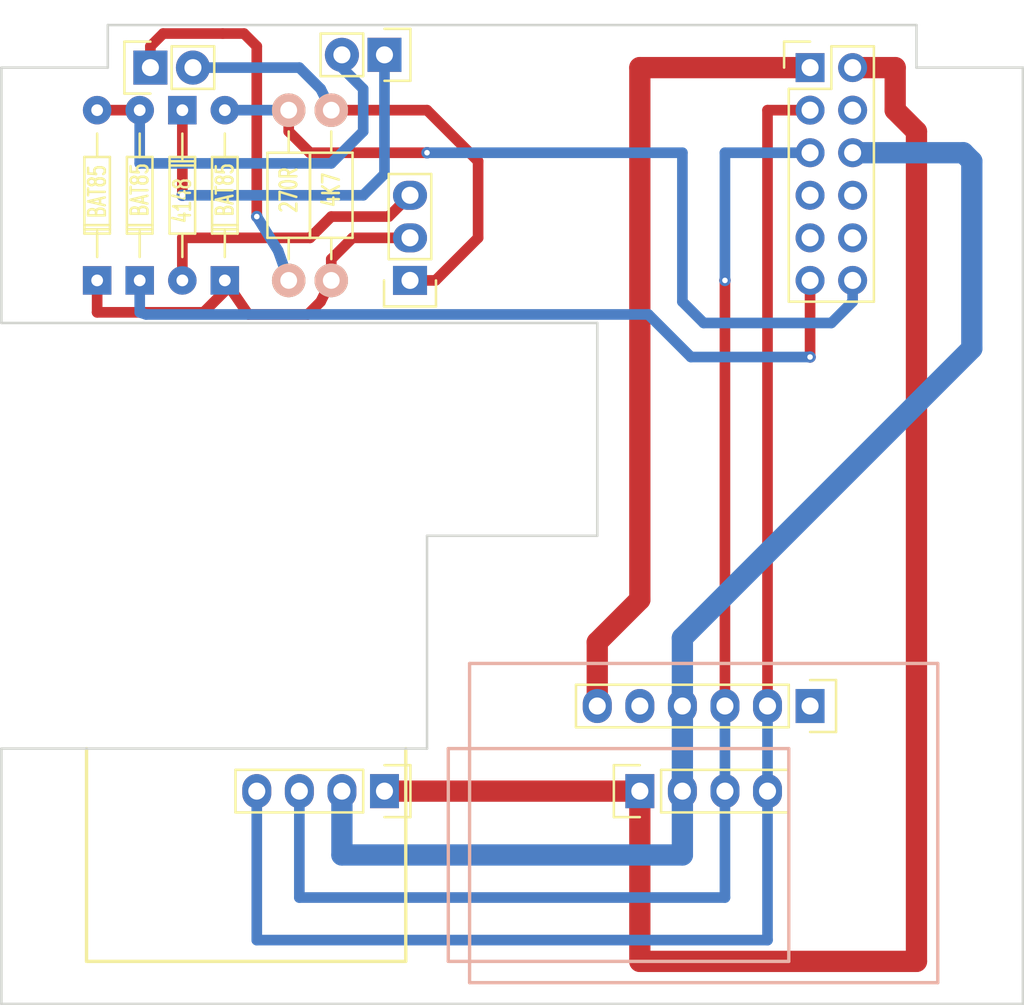
<source format=kicad_pcb>
(kicad_pcb (version 4) (host pcbnew 4.0.5+dfsg1-4)

  (general
    (links 25)
    (no_connects 0)
    (area 114.062599 62.0126 175.497401 121.995001)
    (thickness 1.6)
    (drawings 25)
    (tracks 104)
    (zones 0)
    (modules 17)
    (nets 21)
  )

  (page A4)
  (layers
    (0 F.Cu signal)
    (31 B.Cu signal)
    (36 B.SilkS user)
    (37 F.SilkS user)
    (38 B.Mask user)
    (39 F.Mask user)
    (44 Edge.Cuts user)
  )

  (setup
    (last_trace_width 0.1524)
    (user_trace_width 0.3048)
    (user_trace_width 0.635)
    (user_trace_width 1.27)
    (user_trace_width 1.905)
    (trace_clearance 0.1524)
    (zone_clearance 0.508)
    (zone_45_only no)
    (trace_min 0.1524)
    (segment_width 0.2)
    (edge_width 0.15)
    (via_size 0.6858)
    (via_drill 0.3302)
    (via_min_size 0.6858)
    (via_min_drill 0.3302)
    (uvia_size 0.6858)
    (uvia_drill 0.3302)
    (uvias_allowed no)
    (uvia_min_size 0)
    (uvia_min_drill 0)
    (pcb_text_width 0.3)
    (pcb_text_size 1.5 1.5)
    (mod_edge_width 0.15)
    (mod_text_size 1 1)
    (mod_text_width 0.15)
    (pad_size 1.524 1.524)
    (pad_drill 0.762)
    (pad_to_mask_clearance 0.2)
    (aux_axis_origin 0 0)
    (visible_elements 7FFF3FFF)
    (pcbplotparams
      (layerselection 0x010f0_80000001)
      (usegerberextensions false)
      (excludeedgelayer true)
      (linewidth 0.100000)
      (plotframeref false)
      (viasonmask false)
      (mode 1)
      (useauxorigin false)
      (hpglpennumber 1)
      (hpglpenspeed 20)
      (hpglpendiameter 15)
      (hpglpenoverlay 2)
      (psnegative false)
      (psa4output false)
      (plotreference true)
      (plotvalue false)
      (plotinvisibletext false)
      (padsonsilk false)
      (subtractmaskfromsilk false)
      (outputformat 1)
      (mirror false)
      (drillshape 0)
      (scaleselection 1)
      (outputdirectory /home/pi/Desktop/BB-Kicad/Gerbers/))
  )

  (net 0 "")
  (net 1 "Net-(D1-Pad2)")
  (net 2 "Net-(D1-Pad1)")
  (net 3 "Net-(D2-Pad2)")
  (net 4 "Net-(D2-Pad1)")
  (net 5 "Net-(D3-Pad2)")
  (net 6 "Net-(D4-Pad1)")
  (net 7 +3V3)
  (net 8 "Net-(P1-Pad2)")
  (net 9 "Net-(P1-Pad3)")
  (net 10 "Net-(P1-Pad4)")
  (net 11 "Net-(P1-Pad5)")
  (net 12 GND)
  (net 13 "Net-(P1-Pad7)")
  (net 14 "Net-(P1-Pad8)")
  (net 15 "Net-(P1-Pad9)")
  (net 16 "Net-(P1-Pad10)")
  (net 17 "Net-(P2-Pad1)")
  (net 18 "Net-(P2-Pad5)")
  (net 19 "Net-(P4-Pad1)")
  (net 20 "Net-(P1-Pad6)")

  (net_class Default "This is the default net class."
    (clearance 0.1524)
    (trace_width 0.1524)
    (via_dia 0.6858)
    (via_drill 0.3302)
    (uvia_dia 0.6858)
    (uvia_drill 0.3302)
    (add_net +3V3)
    (add_net GND)
    (add_net "Net-(D1-Pad1)")
    (add_net "Net-(D1-Pad2)")
    (add_net "Net-(D2-Pad1)")
    (add_net "Net-(D2-Pad2)")
    (add_net "Net-(D3-Pad2)")
    (add_net "Net-(D4-Pad1)")
    (add_net "Net-(P1-Pad10)")
    (add_net "Net-(P1-Pad2)")
    (add_net "Net-(P1-Pad3)")
    (add_net "Net-(P1-Pad4)")
    (add_net "Net-(P1-Pad5)")
    (add_net "Net-(P1-Pad6)")
    (add_net "Net-(P1-Pad7)")
    (add_net "Net-(P1-Pad8)")
    (add_net "Net-(P1-Pad9)")
    (add_net "Net-(P2-Pad1)")
    (add_net "Net-(P2-Pad5)")
    (add_net "Net-(P4-Pad1)")
  )

  (module Mounting_Holes:MountingHole_2.7mm_M2.5_DIN965 (layer F.Cu) (tedit 5A74F974) (tstamp 5A795EF5)
    (at 172.72 68.58)
    (descr "Mounting Hole 2.7mm, no annular, M2.5, DIN965")
    (tags "mounting hole 2.7mm no annular m2.5 din965")
    (fp_text reference "" (at 0 -3.35) (layer F.SilkS)
      (effects (font (size 1 1) (thickness 0.15)))
    )
    (fp_text value "" (at 0 3.35) (layer F.Fab)
      (effects (font (size 1 1) (thickness 0.15)))
    )
    (fp_circle (center 0 0) (end 2.35 0) (layer Cmts.User) (width 0.15))
    (fp_circle (center 0 0) (end 2.6 0) (layer F.CrtYd) (width 0.05))
    (pad 1 np_thru_hole circle (at 0 0) (size 2.7 2.7) (drill 2.7) (layers *.Cu *.Mask))
  )

  (module Mounting_Holes:MountingHole_2.7mm_M2.5_DIN965 (layer F.Cu) (tedit 5A74F926) (tstamp 5A795E4D)
    (at 116.84 68.58)
    (descr "Mounting Hole 2.7mm, no annular, M2.5, DIN965")
    (tags "mounting hole 2.7mm no annular m2.5 din965")
    (fp_text reference "" (at 0 -3.35) (layer F.SilkS)
      (effects (font (size 1 1) (thickness 0.15)))
    )
    (fp_text value "" (at 0 3.35) (layer F.Fab)
      (effects (font (size 1 1) (thickness 0.15)))
    )
    (fp_circle (center 0 0) (end 2.35 0) (layer Cmts.User) (width 0.15))
    (fp_circle (center 0 0) (end 2.6 0) (layer F.CrtYd) (width 0.05))
    (pad 1 np_thru_hole circle (at 0 0) (size 2.7 2.7) (drill 2.7) (layers *.Cu *.Mask))
  )

  (module Diodes_ThroughHole:Diode_DO-35_SOD27_Horizontal_RM10 (layer F.Cu) (tedit 5A74FCAE) (tstamp 5A735403)
    (at 125.095 68.58 270)
    (descr "Diode, DO-35,  SOD27, Horizontal, RM 10mm")
    (tags "Diode, DO-35, SOD27, Horizontal, RM 10mm, 1N4148,")
    (path /5A7343BD)
    (fp_text reference 4148 (at 5.4 0 270) (layer F.SilkS)
      (effects (font (size 1 0.7) (thickness 0.15)))
    )
    (fp_text value "" (at 4.41452 -3.55854 270) (layer F.Fab)
      (effects (font (size 1 1) (thickness 0.15)))
    )
    (fp_line (start 7.36652 -0.00254) (end 8.76352 -0.00254) (layer F.SilkS) (width 0.15))
    (fp_line (start 2.92152 -0.00254) (end 1.39752 -0.00254) (layer F.SilkS) (width 0.15))
    (fp_line (start 3.30252 -0.76454) (end 3.30252 0.75946) (layer F.SilkS) (width 0.15))
    (fp_line (start 3.04852 -0.76454) (end 3.04852 0.75946) (layer F.SilkS) (width 0.15))
    (fp_line (start 2.79452 -0.00254) (end 2.79452 0.75946) (layer F.SilkS) (width 0.15))
    (fp_line (start 2.79452 0.75946) (end 7.36652 0.75946) (layer F.SilkS) (width 0.15))
    (fp_line (start 7.36652 0.75946) (end 7.36652 -0.76454) (layer F.SilkS) (width 0.15))
    (fp_line (start 7.36652 -0.76454) (end 2.79452 -0.76454) (layer F.SilkS) (width 0.15))
    (fp_line (start 2.79452 -0.76454) (end 2.79452 -0.00254) (layer F.SilkS) (width 0.15))
    (pad 2 thru_hole circle (at 10.16052 -0.00254 90) (size 1.69926 1.69926) (drill 0.70104) (layers *.Cu *.Mask)
      (net 1 "Net-(D1-Pad2)"))
    (pad 1 thru_hole rect (at 0.00052 -0.00254 90) (size 1.69926 1.69926) (drill 0.70104) (layers *.Cu *.Mask)
      (net 2 "Net-(D1-Pad1)"))
    (model Diodes_ThroughHole.3dshapes/Diode_DO-35_SOD27_Horizontal_RM10.wrl
      (at (xyz 0.2 0 0))
      (scale (xyz 0.4 0.4 0.4))
      (rotate (xyz 0 0 180))
    )
  )

  (module Diodes_ThroughHole:Diode_DO-35_SOD27_Horizontal_RM10 (layer F.Cu) (tedit 5A74FC0E) (tstamp 5A735409)
    (at 120.015 78.74 90)
    (descr "Diode, DO-35,  SOD27, Horizontal, RM 10mm")
    (tags "Diode, DO-35, SOD27, Horizontal, RM 10mm, 1N4148,")
    (path /5A734466)
    (fp_text reference BAT85 (at 5.3 0 90) (layer F.SilkS)
      (effects (font (size 1 0.7) (thickness 0.15)))
    )
    (fp_text value "" (at 4.41452 -3.55854 90) (layer F.Fab)
      (effects (font (size 1 1) (thickness 0.15)))
    )
    (fp_line (start 7.36652 -0.00254) (end 8.76352 -0.00254) (layer F.SilkS) (width 0.15))
    (fp_line (start 2.92152 -0.00254) (end 1.39752 -0.00254) (layer F.SilkS) (width 0.15))
    (fp_line (start 3.30252 -0.76454) (end 3.30252 0.75946) (layer F.SilkS) (width 0.15))
    (fp_line (start 3.04852 -0.76454) (end 3.04852 0.75946) (layer F.SilkS) (width 0.15))
    (fp_line (start 2.79452 -0.00254) (end 2.79452 0.75946) (layer F.SilkS) (width 0.15))
    (fp_line (start 2.79452 0.75946) (end 7.36652 0.75946) (layer F.SilkS) (width 0.15))
    (fp_line (start 7.36652 0.75946) (end 7.36652 -0.76454) (layer F.SilkS) (width 0.15))
    (fp_line (start 7.36652 -0.76454) (end 2.79452 -0.76454) (layer F.SilkS) (width 0.15))
    (fp_line (start 2.79452 -0.76454) (end 2.79452 -0.00254) (layer F.SilkS) (width 0.15))
    (pad 2 thru_hole circle (at 10.16052 -0.00254 270) (size 1.69926 1.69926) (drill 0.70104) (layers *.Cu *.Mask)
      (net 3 "Net-(D2-Pad2)"))
    (pad 1 thru_hole rect (at 0.00052 -0.00254 270) (size 1.69926 1.69926) (drill 0.70104) (layers *.Cu *.Mask)
      (net 4 "Net-(D2-Pad1)"))
    (model Diodes_ThroughHole.3dshapes/Diode_DO-35_SOD27_Horizontal_RM10.wrl
      (at (xyz 0.2 0 0))
      (scale (xyz 0.4 0.4 0.4))
      (rotate (xyz 0 0 180))
    )
  )

  (module Diodes_ThroughHole:Diode_DO-35_SOD27_Horizontal_RM10 (layer F.Cu) (tedit 5A74FCD6) (tstamp 5A73540F)
    (at 127.635 78.74 90)
    (descr "Diode, DO-35,  SOD27, Horizontal, RM 10mm")
    (tags "Diode, DO-35, SOD27, Horizontal, RM 10mm, 1N4148,")
    (path /5A734499)
    (fp_text reference BAT85 (at 5.4 0 90) (layer F.SilkS)
      (effects (font (size 1 0.7) (thickness 0.15)))
    )
    (fp_text value "" (at 4.41452 -3.55854 90) (layer F.Fab)
      (effects (font (size 1 1) (thickness 0.15)))
    )
    (fp_line (start 7.36652 -0.00254) (end 8.76352 -0.00254) (layer F.SilkS) (width 0.15))
    (fp_line (start 2.92152 -0.00254) (end 1.39752 -0.00254) (layer F.SilkS) (width 0.15))
    (fp_line (start 3.30252 -0.76454) (end 3.30252 0.75946) (layer F.SilkS) (width 0.15))
    (fp_line (start 3.04852 -0.76454) (end 3.04852 0.75946) (layer F.SilkS) (width 0.15))
    (fp_line (start 2.79452 -0.00254) (end 2.79452 0.75946) (layer F.SilkS) (width 0.15))
    (fp_line (start 2.79452 0.75946) (end 7.36652 0.75946) (layer F.SilkS) (width 0.15))
    (fp_line (start 7.36652 0.75946) (end 7.36652 -0.76454) (layer F.SilkS) (width 0.15))
    (fp_line (start 7.36652 -0.76454) (end 2.79452 -0.76454) (layer F.SilkS) (width 0.15))
    (fp_line (start 2.79452 -0.76454) (end 2.79452 -0.00254) (layer F.SilkS) (width 0.15))
    (pad 2 thru_hole circle (at 10.16052 -0.00254 270) (size 1.69926 1.69926) (drill 0.70104) (layers *.Cu *.Mask)
      (net 5 "Net-(D3-Pad2)"))
    (pad 1 thru_hole rect (at 0.00052 -0.00254 270) (size 1.69926 1.69926) (drill 0.70104) (layers *.Cu *.Mask)
      (net 4 "Net-(D2-Pad1)"))
    (model Diodes_ThroughHole.3dshapes/Diode_DO-35_SOD27_Horizontal_RM10.wrl
      (at (xyz 0.2 0 0))
      (scale (xyz 0.4 0.4 0.4))
      (rotate (xyz 0 0 180))
    )
  )

  (module Diodes_ThroughHole:Diode_DO-35_SOD27_Horizontal_RM10 (layer F.Cu) (tedit 5A74FC6F) (tstamp 5A735415)
    (at 122.555 78.74 90)
    (descr "Diode, DO-35,  SOD27, Horizontal, RM 10mm")
    (tags "Diode, DO-35, SOD27, Horizontal, RM 10mm, 1N4148,")
    (path /5A7358A2)
    (fp_text reference BAT85 (at 5.4 0 90) (layer F.SilkS)
      (effects (font (size 1 0.7) (thickness 0.15)))
    )
    (fp_text value "" (at 4.41452 -3.55854 90) (layer F.Fab)
      (effects (font (size 1 1) (thickness 0.15)))
    )
    (fp_line (start 7.36652 -0.00254) (end 8.76352 -0.00254) (layer F.SilkS) (width 0.15))
    (fp_line (start 2.92152 -0.00254) (end 1.39752 -0.00254) (layer F.SilkS) (width 0.15))
    (fp_line (start 3.30252 -0.76454) (end 3.30252 0.75946) (layer F.SilkS) (width 0.15))
    (fp_line (start 3.04852 -0.76454) (end 3.04852 0.75946) (layer F.SilkS) (width 0.15))
    (fp_line (start 2.79452 -0.00254) (end 2.79452 0.75946) (layer F.SilkS) (width 0.15))
    (fp_line (start 2.79452 0.75946) (end 7.36652 0.75946) (layer F.SilkS) (width 0.15))
    (fp_line (start 7.36652 0.75946) (end 7.36652 -0.76454) (layer F.SilkS) (width 0.15))
    (fp_line (start 7.36652 -0.76454) (end 2.79452 -0.76454) (layer F.SilkS) (width 0.15))
    (fp_line (start 2.79452 -0.76454) (end 2.79452 -0.00254) (layer F.SilkS) (width 0.15))
    (pad 2 thru_hole circle (at 10.16052 -0.00254 270) (size 1.69926 1.69926) (drill 0.70104) (layers *.Cu *.Mask)
      (net 3 "Net-(D2-Pad2)"))
    (pad 1 thru_hole rect (at 0.00052 -0.00254 270) (size 1.69926 1.69926) (drill 0.70104) (layers *.Cu *.Mask)
      (net 6 "Net-(D4-Pad1)"))
    (model Diodes_ThroughHole.3dshapes/Diode_DO-35_SOD27_Horizontal_RM10.wrl
      (at (xyz 0.2 0 0))
      (scale (xyz 0.4 0.4 0.4))
      (rotate (xyz 0 0 180))
    )
  )

  (module Pin_Headers:Pin_Header_Straight_2x06 (layer F.Cu) (tedit 5A74F9A9) (tstamp 5A735425)
    (at 162.56 66.04)
    (descr "Through hole pin header")
    (tags "pin header")
    (path /5A7340A6)
    (fp_text reference "" (at 5.08 0) (layer F.SilkS)
      (effects (font (size 1 1) (thickness 0.15)))
    )
    (fp_text value "" (at 0 -3.1) (layer F.Fab)
      (effects (font (size 1 1) (thickness 0.15)))
    )
    (fp_line (start -1.75 -1.75) (end -1.75 14.45) (layer F.CrtYd) (width 0.05))
    (fp_line (start 4.3 -1.75) (end 4.3 14.45) (layer F.CrtYd) (width 0.05))
    (fp_line (start -1.75 -1.75) (end 4.3 -1.75) (layer F.CrtYd) (width 0.05))
    (fp_line (start -1.75 14.45) (end 4.3 14.45) (layer F.CrtYd) (width 0.05))
    (fp_line (start 3.81 13.97) (end 3.81 -1.27) (layer F.SilkS) (width 0.15))
    (fp_line (start -1.27 1.27) (end -1.27 13.97) (layer F.SilkS) (width 0.15))
    (fp_line (start 3.81 13.97) (end -1.27 13.97) (layer F.SilkS) (width 0.15))
    (fp_line (start 3.81 -1.27) (end 1.27 -1.27) (layer F.SilkS) (width 0.15))
    (fp_line (start 0 -1.55) (end -1.55 -1.55) (layer F.SilkS) (width 0.15))
    (fp_line (start 1.27 -1.27) (end 1.27 1.27) (layer F.SilkS) (width 0.15))
    (fp_line (start 1.27 1.27) (end -1.27 1.27) (layer F.SilkS) (width 0.15))
    (fp_line (start -1.55 -1.55) (end -1.55 0) (layer F.SilkS) (width 0.15))
    (pad 1 thru_hole rect (at 0 0) (size 1.7272 1.7272) (drill 1.016) (layers *.Cu *.Mask)
      (net 7 +3V3))
    (pad 2 thru_hole oval (at 2.54 0) (size 1.7272 1.7272) (drill 1.016) (layers *.Cu *.Mask)
      (net 8 "Net-(P1-Pad2)"))
    (pad 3 thru_hole oval (at 0 2.54) (size 1.7272 1.7272) (drill 1.016) (layers *.Cu *.Mask)
      (net 9 "Net-(P1-Pad3)"))
    (pad 4 thru_hole oval (at 2.54 2.54) (size 1.7272 1.7272) (drill 1.016) (layers *.Cu *.Mask)
      (net 10 "Net-(P1-Pad4)"))
    (pad 5 thru_hole oval (at 0 5.08) (size 1.7272 1.7272) (drill 1.016) (layers *.Cu *.Mask)
      (net 11 "Net-(P1-Pad5)"))
    (pad 6 thru_hole oval (at 2.54 5.08) (size 1.7272 1.7272) (drill 1.016) (layers *.Cu *.Mask)
      (net 20 "Net-(P1-Pad6)"))
    (pad 7 thru_hole oval (at 0 7.62) (size 1.7272 1.7272) (drill 1.016) (layers *.Cu *.Mask)
      (net 13 "Net-(P1-Pad7)"))
    (pad 8 thru_hole oval (at 2.54 7.62) (size 1.7272 1.7272) (drill 1.016) (layers *.Cu *.Mask)
      (net 14 "Net-(P1-Pad8)"))
    (pad 9 thru_hole oval (at 0 10.16) (size 1.7272 1.7272) (drill 1.016) (layers *.Cu *.Mask)
      (net 15 "Net-(P1-Pad9)"))
    (pad 10 thru_hole oval (at 2.54 10.16) (size 1.7272 1.7272) (drill 1.016) (layers *.Cu *.Mask)
      (net 16 "Net-(P1-Pad10)"))
    (pad 11 thru_hole oval (at 0 12.7) (size 1.7272 1.7272) (drill 1.016) (layers *.Cu *.Mask)
      (net 6 "Net-(D4-Pad1)"))
    (pad 12 thru_hole oval (at 2.54 12.7) (size 1.7272 1.7272) (drill 1.016) (layers *.Cu *.Mask)
      (net 5 "Net-(D3-Pad2)"))
    (model Pin_Headers.3dshapes/Pin_Header_Straight_2x06.wrl
      (at (xyz 0.05 -0.25 0))
      (scale (xyz 1 1 1))
      (rotate (xyz 0 0 90))
    )
  )

  (module Pin_Headers:Pin_Header_Straight_1x06 (layer F.Cu) (tedit 5A74FEF2) (tstamp 5A73542F)
    (at 162.56 104.14 270)
    (descr "Through hole pin header")
    (tags "pin header")
    (path /5A734148)
    (fp_text reference "" (at 0 -5.1 270) (layer F.SilkS)
      (effects (font (size 1 1) (thickness 0.15)))
    )
    (fp_text value "" (at 0 -3.1 270) (layer F.Fab)
      (effects (font (size 1 1) (thickness 0.15)))
    )
    (fp_line (start -1.75 -1.75) (end -1.75 14.45) (layer F.CrtYd) (width 0.05))
    (fp_line (start 1.75 -1.75) (end 1.75 14.45) (layer F.CrtYd) (width 0.05))
    (fp_line (start -1.75 -1.75) (end 1.75 -1.75) (layer F.CrtYd) (width 0.05))
    (fp_line (start -1.75 14.45) (end 1.75 14.45) (layer F.CrtYd) (width 0.05))
    (fp_line (start 1.27 1.27) (end 1.27 13.97) (layer F.SilkS) (width 0.15))
    (fp_line (start 1.27 13.97) (end -1.27 13.97) (layer F.SilkS) (width 0.15))
    (fp_line (start -1.27 13.97) (end -1.27 1.27) (layer F.SilkS) (width 0.15))
    (fp_line (start 1.55 -1.55) (end 1.55 0) (layer F.SilkS) (width 0.15))
    (fp_line (start 1.27 1.27) (end -1.27 1.27) (layer F.SilkS) (width 0.15))
    (fp_line (start -1.55 0) (end -1.55 -1.55) (layer F.SilkS) (width 0.15))
    (fp_line (start -1.55 -1.55) (end 1.55 -1.55) (layer F.SilkS) (width 0.15))
    (pad 1 thru_hole rect (at 0 0 270) (size 2.032 1.7272) (drill 1.016) (layers *.Cu *.Mask)
      (net 17 "Net-(P2-Pad1)"))
    (pad 2 thru_hole oval (at 0 2.54 270) (size 2.032 1.7272) (drill 1.016) (layers *.Cu *.Mask)
      (net 9 "Net-(P1-Pad3)"))
    (pad 3 thru_hole oval (at 0 5.08 270) (size 2.032 1.7272) (drill 1.016) (layers *.Cu *.Mask)
      (net 11 "Net-(P1-Pad5)"))
    (pad 4 thru_hole oval (at 0 7.62 270) (size 2.032 1.7272) (drill 1.016) (layers *.Cu *.Mask)
      (net 20 "Net-(P1-Pad6)"))
    (pad 5 thru_hole oval (at 0 10.16 270) (size 2.032 1.7272) (drill 1.016) (layers *.Cu *.Mask)
      (net 18 "Net-(P2-Pad5)"))
    (pad 6 thru_hole oval (at 0 12.7 270) (size 2.032 1.7272) (drill 1.016) (layers *.Cu *.Mask)
      (net 7 +3V3))
    (model Pin_Headers.3dshapes/Pin_Header_Straight_1x06.wrl
      (at (xyz 0 -0.25 0))
      (scale (xyz 1 1 1))
      (rotate (xyz 0 0 90))
    )
  )

  (module Pin_Headers:Pin_Header_Straight_1x03 (layer F.Cu) (tedit 5A74F8BB) (tstamp 5A735436)
    (at 138.684 78.74 180)
    (descr "Through hole pin header")
    (tags "pin header")
    (path /5A734195)
    (fp_text reference "" (at 0 -5.1 180) (layer F.SilkS)
      (effects (font (size 1 1) (thickness 0.15)))
    )
    (fp_text value "" (at 0 -3.1 180) (layer F.Fab)
      (effects (font (size 1 1) (thickness 0.15)))
    )
    (fp_line (start -1.75 -1.75) (end -1.75 6.85) (layer F.CrtYd) (width 0.05))
    (fp_line (start 1.75 -1.75) (end 1.75 6.85) (layer F.CrtYd) (width 0.05))
    (fp_line (start -1.75 -1.75) (end 1.75 -1.75) (layer F.CrtYd) (width 0.05))
    (fp_line (start -1.75 6.85) (end 1.75 6.85) (layer F.CrtYd) (width 0.05))
    (fp_line (start -1.27 1.27) (end -1.27 6.35) (layer F.SilkS) (width 0.15))
    (fp_line (start -1.27 6.35) (end 1.27 6.35) (layer F.SilkS) (width 0.15))
    (fp_line (start 1.27 6.35) (end 1.27 1.27) (layer F.SilkS) (width 0.15))
    (fp_line (start 1.55 -1.55) (end 1.55 0) (layer F.SilkS) (width 0.15))
    (fp_line (start 1.27 1.27) (end -1.27 1.27) (layer F.SilkS) (width 0.15))
    (fp_line (start -1.55 0) (end -1.55 -1.55) (layer F.SilkS) (width 0.15))
    (fp_line (start -1.55 -1.55) (end 1.55 -1.55) (layer F.SilkS) (width 0.15))
    (pad 1 thru_hole rect (at 0 0 180) (size 2.032 1.7272) (drill 1.016) (layers *.Cu *.Mask)
      (net 12 GND))
    (pad 2 thru_hole oval (at 0 2.54 180) (size 2.032 1.7272) (drill 1.016) (layers *.Cu *.Mask)
      (net 4 "Net-(D2-Pad1)"))
    (pad 3 thru_hole oval (at 0 5.08 180) (size 2.032 1.7272) (drill 1.016) (layers *.Cu *.Mask)
      (net 1 "Net-(D1-Pad2)"))
    (model Pin_Headers.3dshapes/Pin_Header_Straight_1x03.wrl
      (at (xyz 0 -0.1 0))
      (scale (xyz 1 1 1))
      (rotate (xyz 0 0 90))
    )
  )

  (module Pin_Headers:Pin_Header_Straight_1x02 (layer F.Cu) (tedit 5A74F8DB) (tstamp 5A73543C)
    (at 123.19 66.04 90)
    (descr "Through hole pin header")
    (tags "pin header")
    (path /5A7341BF)
    (fp_text reference "" (at 3.81 2.54 90) (layer F.SilkS)
      (effects (font (size 1 1) (thickness 0.15)))
    )
    (fp_text value "" (at 0 -3.1 90) (layer F.Fab)
      (effects (font (size 1 1) (thickness 0.15)))
    )
    (fp_line (start 1.27 1.27) (end 1.27 3.81) (layer F.SilkS) (width 0.15))
    (fp_line (start 1.55 -1.55) (end 1.55 0) (layer F.SilkS) (width 0.15))
    (fp_line (start -1.75 -1.75) (end -1.75 4.3) (layer F.CrtYd) (width 0.05))
    (fp_line (start 1.75 -1.75) (end 1.75 4.3) (layer F.CrtYd) (width 0.05))
    (fp_line (start -1.75 -1.75) (end 1.75 -1.75) (layer F.CrtYd) (width 0.05))
    (fp_line (start -1.75 4.3) (end 1.75 4.3) (layer F.CrtYd) (width 0.05))
    (fp_line (start 1.27 1.27) (end -1.27 1.27) (layer F.SilkS) (width 0.15))
    (fp_line (start -1.55 0) (end -1.55 -1.55) (layer F.SilkS) (width 0.15))
    (fp_line (start -1.55 -1.55) (end 1.55 -1.55) (layer F.SilkS) (width 0.15))
    (fp_line (start -1.27 1.27) (end -1.27 3.81) (layer F.SilkS) (width 0.15))
    (fp_line (start -1.27 3.81) (end 1.27 3.81) (layer F.SilkS) (width 0.15))
    (pad 1 thru_hole rect (at 0 0 90) (size 2.032 2.032) (drill 1.016) (layers *.Cu *.Mask)
      (net 19 "Net-(P4-Pad1)"))
    (pad 2 thru_hole oval (at 0 2.54 90) (size 2.032 2.032) (drill 1.016) (layers *.Cu *.Mask)
      (net 12 GND))
    (model Pin_Headers.3dshapes/Pin_Header_Straight_1x02.wrl
      (at (xyz 0 -0.05 0))
      (scale (xyz 1 1 1))
      (rotate (xyz 0 0 90))
    )
  )

  (module Pin_Headers:Pin_Header_Straight_1x02 (layer F.Cu) (tedit 5A74F8A1) (tstamp 5A735442)
    (at 137.16 65.278 270)
    (descr "Through hole pin header")
    (tags "pin header")
    (path /5A734200)
    (fp_text reference "" (at 0 -5.1 270) (layer F.SilkS)
      (effects (font (size 1 1) (thickness 0.15)))
    )
    (fp_text value "" (at 0 -3.1 270) (layer F.Fab)
      (effects (font (size 1 1) (thickness 0.15)))
    )
    (fp_line (start 1.27 1.27) (end 1.27 3.81) (layer F.SilkS) (width 0.15))
    (fp_line (start 1.55 -1.55) (end 1.55 0) (layer F.SilkS) (width 0.15))
    (fp_line (start -1.75 -1.75) (end -1.75 4.3) (layer F.CrtYd) (width 0.05))
    (fp_line (start 1.75 -1.75) (end 1.75 4.3) (layer F.CrtYd) (width 0.05))
    (fp_line (start -1.75 -1.75) (end 1.75 -1.75) (layer F.CrtYd) (width 0.05))
    (fp_line (start -1.75 4.3) (end 1.75 4.3) (layer F.CrtYd) (width 0.05))
    (fp_line (start 1.27 1.27) (end -1.27 1.27) (layer F.SilkS) (width 0.15))
    (fp_line (start -1.55 0) (end -1.55 -1.55) (layer F.SilkS) (width 0.15))
    (fp_line (start -1.55 -1.55) (end 1.55 -1.55) (layer F.SilkS) (width 0.15))
    (fp_line (start -1.27 1.27) (end -1.27 3.81) (layer F.SilkS) (width 0.15))
    (fp_line (start -1.27 3.81) (end 1.27 3.81) (layer F.SilkS) (width 0.15))
    (pad 1 thru_hole rect (at 0 0 270) (size 2.032 2.032) (drill 1.016) (layers *.Cu *.Mask)
      (net 2 "Net-(D1-Pad1)"))
    (pad 2 thru_hole oval (at 0 2.54 270) (size 2.032 2.032) (drill 1.016) (layers *.Cu *.Mask)
      (net 3 "Net-(D2-Pad2)"))
    (model Pin_Headers.3dshapes/Pin_Header_Straight_1x02.wrl
      (at (xyz 0 -0.05 0))
      (scale (xyz 1 1 1))
      (rotate (xyz 0 0 90))
    )
  )

  (module Resistors_ThroughHole:Resistor_Horizontal_RM10mm (layer F.Cu) (tedit 5A74FD7A) (tstamp 5A7381D3)
    (at 133.985 78.74 90)
    (descr "Resistor, Axial,  RM 10mm, 1/3W")
    (tags "Resistor Axial RM 10mm 1/3W")
    (path /5A7344CA)
    (fp_text reference 4K7 (at 5.4 0 90) (layer F.SilkS)
      (effects (font (size 1 0.7) (thickness 0.15)))
    )
    (fp_text value "" (at 5.08 3.81 90) (layer F.Fab)
      (effects (font (size 1 1) (thickness 0.15)))
    )
    (fp_line (start -1.25 -1.5) (end 11.4 -1.5) (layer F.CrtYd) (width 0.05))
    (fp_line (start -1.25 1.5) (end -1.25 -1.5) (layer F.CrtYd) (width 0.05))
    (fp_line (start 11.4 -1.5) (end 11.4 1.5) (layer F.CrtYd) (width 0.05))
    (fp_line (start -1.25 1.5) (end 11.4 1.5) (layer F.CrtYd) (width 0.05))
    (fp_line (start 2.54 -1.27) (end 7.62 -1.27) (layer F.SilkS) (width 0.15))
    (fp_line (start 7.62 -1.27) (end 7.62 1.27) (layer F.SilkS) (width 0.15))
    (fp_line (start 7.62 1.27) (end 2.54 1.27) (layer F.SilkS) (width 0.15))
    (fp_line (start 2.54 1.27) (end 2.54 -1.27) (layer F.SilkS) (width 0.15))
    (fp_line (start 2.54 0) (end 1.27 0) (layer F.SilkS) (width 0.15))
    (fp_line (start 7.62 0) (end 8.89 0) (layer F.SilkS) (width 0.15))
    (pad 1 thru_hole circle (at 0 0 90) (size 1.99898 1.99898) (drill 1.00076) (layers *.Cu *.SilkS *.Mask)
      (net 4 "Net-(D2-Pad1)"))
    (pad 2 thru_hole circle (at 10.16 0 90) (size 1.99898 1.99898) (drill 1.00076) (layers *.Cu *.SilkS *.Mask)
      (net 12 GND))
    (model Resistors_ThroughHole.3dshapes/Resistor_Horizontal_RM10mm.wrl
      (at (xyz 0.2 0 0))
      (scale (xyz 0.4 0.4 0.4))
      (rotate (xyz 0 0 0))
    )
  )

  (module Resistors_ThroughHole:Resistor_Horizontal_RM10mm (layer F.Cu) (tedit 5A74FD4E) (tstamp 5A7381D8)
    (at 131.445 78.74 90)
    (descr "Resistor, Axial,  RM 10mm, 1/3W")
    (tags "Resistor Axial RM 10mm 1/3W")
    (path /5A734574)
    (fp_text reference 270R (at 5.4 0 90) (layer F.SilkS)
      (effects (font (size 1 0.7) (thickness 0.15)))
    )
    (fp_text value "" (at 5.08 3.81 90) (layer F.Fab)
      (effects (font (size 1 1) (thickness 0.15)))
    )
    (fp_line (start -1.25 -1.5) (end 11.4 -1.5) (layer F.CrtYd) (width 0.05))
    (fp_line (start -1.25 1.5) (end -1.25 -1.5) (layer F.CrtYd) (width 0.05))
    (fp_line (start 11.4 -1.5) (end 11.4 1.5) (layer F.CrtYd) (width 0.05))
    (fp_line (start -1.25 1.5) (end 11.4 1.5) (layer F.CrtYd) (width 0.05))
    (fp_line (start 2.54 -1.27) (end 7.62 -1.27) (layer F.SilkS) (width 0.15))
    (fp_line (start 7.62 -1.27) (end 7.62 1.27) (layer F.SilkS) (width 0.15))
    (fp_line (start 7.62 1.27) (end 2.54 1.27) (layer F.SilkS) (width 0.15))
    (fp_line (start 2.54 1.27) (end 2.54 -1.27) (layer F.SilkS) (width 0.15))
    (fp_line (start 2.54 0) (end 1.27 0) (layer F.SilkS) (width 0.15))
    (fp_line (start 7.62 0) (end 8.89 0) (layer F.SilkS) (width 0.15))
    (pad 1 thru_hole circle (at 0 0 90) (size 1.99898 1.99898) (drill 1.00076) (layers *.Cu *.SilkS *.Mask)
      (net 19 "Net-(P4-Pad1)"))
    (pad 2 thru_hole circle (at 10.16 0 90) (size 1.99898 1.99898) (drill 1.00076) (layers *.Cu *.SilkS *.Mask)
      (net 5 "Net-(D3-Pad2)"))
    (model Resistors_ThroughHole.3dshapes/Resistor_Horizontal_RM10mm.wrl
      (at (xyz 0.2 0 0))
      (scale (xyz 0.4 0.4 0.4))
      (rotate (xyz 0 0 0))
    )
  )

  (module Mounting_Holes:MountingHole_2.7mm_M2.5_DIN965 (layer F.Cu) (tedit 5A74F9E6) (tstamp 5A795FE3)
    (at 172.72 109.22)
    (descr "Mounting Hole 2.7mm, no annular, M2.5, DIN965")
    (tags "mounting hole 2.7mm no annular m2.5 din965")
    (fp_text reference "" (at 0 -3.35) (layer F.SilkS)
      (effects (font (size 1 1) (thickness 0.15)))
    )
    (fp_text value "" (at 0 3.35) (layer F.Fab)
      (effects (font (size 1 1) (thickness 0.15)))
    )
    (fp_circle (center 0 0) (end 2.35 0) (layer Cmts.User) (width 0.15))
    (fp_circle (center 0 0) (end 2.6 0) (layer F.CrtYd) (width 0.05))
    (pad 1 np_thru_hole circle (at 0 0) (size 2.7 2.7) (drill 2.7) (layers *.Cu *.Mask))
  )

  (module Mounting_Holes:MountingHole_2.7mm_M2.5_DIN965 (layer F.Cu) (tedit 5A74FF11) (tstamp 5A795FF8)
    (at 116.84 109.22)
    (descr "Mounting Hole 2.7mm, no annular, M2.5, DIN965")
    (tags "mounting hole 2.7mm no annular m2.5 din965")
    (fp_text reference "" (at 0 -3.35) (layer F.SilkS)
      (effects (font (size 1 1) (thickness 0.15)))
    )
    (fp_text value "" (at 0 3.35) (layer F.Fab)
      (effects (font (size 1 1) (thickness 0.15)))
    )
    (fp_circle (center 0 0) (end 2.35 0) (layer Cmts.User) (width 0.15))
    (fp_circle (center 0 0) (end 2.6 0) (layer F.CrtYd) (width 0.05))
    (pad 1 np_thru_hole circle (at 0 0) (size 2.7 2.7) (drill 2.7) (layers *.Cu *.Mask))
  )

  (module Socket_Strips:Socket_Strip_Straight_1x04 (layer F.Cu) (tedit 5A74FAB0) (tstamp 5A7C3B5B)
    (at 152.4 109.22)
    (descr "Through hole socket strip")
    (tags "socket strip")
    (path /5A74F097)
    (fp_text reference "" (at 0 -5.1) (layer F.SilkS)
      (effects (font (size 1 1) (thickness 0.15)))
    )
    (fp_text value "" (at 0 -3.1) (layer F.Fab)
      (effects (font (size 1 1) (thickness 0.15)))
    )
    (fp_line (start -1.75 -1.75) (end -1.75 1.75) (layer F.CrtYd) (width 0.05))
    (fp_line (start 9.4 -1.75) (end 9.4 1.75) (layer F.CrtYd) (width 0.05))
    (fp_line (start -1.75 -1.75) (end 9.4 -1.75) (layer F.CrtYd) (width 0.05))
    (fp_line (start -1.75 1.75) (end 9.4 1.75) (layer F.CrtYd) (width 0.05))
    (fp_line (start 1.27 -1.27) (end 8.89 -1.27) (layer F.SilkS) (width 0.15))
    (fp_line (start 1.27 1.27) (end 8.89 1.27) (layer F.SilkS) (width 0.15))
    (fp_line (start -1.55 1.55) (end 0 1.55) (layer F.SilkS) (width 0.15))
    (fp_line (start 8.89 -1.27) (end 8.89 1.27) (layer F.SilkS) (width 0.15))
    (fp_line (start 1.27 1.27) (end 1.27 -1.27) (layer F.SilkS) (width 0.15))
    (fp_line (start 0 -1.55) (end -1.55 -1.55) (layer F.SilkS) (width 0.15))
    (fp_line (start -1.55 -1.55) (end -1.55 1.55) (layer F.SilkS) (width 0.15))
    (pad 1 thru_hole rect (at 0 0) (size 1.7272 2.032) (drill 1.016) (layers *.Cu *.Mask)
      (net 8 "Net-(P1-Pad2)"))
    (pad 2 thru_hole oval (at 2.54 0) (size 1.7272 2.032) (drill 1.016) (layers *.Cu *.Mask)
      (net 20 "Net-(P1-Pad6)"))
    (pad 3 thru_hole oval (at 5.08 0) (size 1.7272 2.032) (drill 1.016) (layers *.Cu *.Mask)
      (net 11 "Net-(P1-Pad5)"))
    (pad 4 thru_hole oval (at 7.62 0) (size 1.7272 2.032) (drill 1.016) (layers *.Cu *.Mask)
      (net 9 "Net-(P1-Pad3)"))
    (model Socket_Strips.3dshapes/Socket_Strip_Straight_1x04.wrl
      (at (xyz 0.15 0 0))
      (scale (xyz 1 1 1))
      (rotate (xyz 0 0 180))
    )
  )

  (module Socket_Strips:Socket_Strip_Straight_1x04 (layer F.Cu) (tedit 5A74FF33) (tstamp 5A7C3B6E)
    (at 137.16 109.22 180)
    (descr "Through hole socket strip")
    (tags "socket strip")
    (path /5A74F2F6)
    (fp_text reference "" (at 0 -5.1 180) (layer F.SilkS)
      (effects (font (size 1 1) (thickness 0.15)))
    )
    (fp_text value "" (at 0 -3.1 180) (layer F.Fab)
      (effects (font (size 1 1) (thickness 0.15)))
    )
    (fp_line (start -1.75 -1.75) (end -1.75 1.75) (layer F.CrtYd) (width 0.05))
    (fp_line (start 9.4 -1.75) (end 9.4 1.75) (layer F.CrtYd) (width 0.05))
    (fp_line (start -1.75 -1.75) (end 9.4 -1.75) (layer F.CrtYd) (width 0.05))
    (fp_line (start -1.75 1.75) (end 9.4 1.75) (layer F.CrtYd) (width 0.05))
    (fp_line (start 1.27 -1.27) (end 8.89 -1.27) (layer F.SilkS) (width 0.15))
    (fp_line (start 1.27 1.27) (end 8.89 1.27) (layer F.SilkS) (width 0.15))
    (fp_line (start -1.55 1.55) (end 0 1.55) (layer F.SilkS) (width 0.15))
    (fp_line (start 8.89 -1.27) (end 8.89 1.27) (layer F.SilkS) (width 0.15))
    (fp_line (start 1.27 1.27) (end 1.27 -1.27) (layer F.SilkS) (width 0.15))
    (fp_line (start 0 -1.55) (end -1.55 -1.55) (layer F.SilkS) (width 0.15))
    (fp_line (start -1.55 -1.55) (end -1.55 1.55) (layer F.SilkS) (width 0.15))
    (pad 1 thru_hole rect (at 0 0 180) (size 1.7272 2.032) (drill 1.016) (layers *.Cu *.Mask)
      (net 8 "Net-(P1-Pad2)"))
    (pad 2 thru_hole oval (at 2.54 0 180) (size 1.7272 2.032) (drill 1.016) (layers *.Cu *.Mask)
      (net 20 "Net-(P1-Pad6)"))
    (pad 3 thru_hole oval (at 5.08 0 180) (size 1.7272 2.032) (drill 1.016) (layers *.Cu *.Mask)
      (net 11 "Net-(P1-Pad5)"))
    (pad 4 thru_hole oval (at 7.62 0 180) (size 1.7272 2.032) (drill 1.016) (layers *.Cu *.Mask)
      (net 9 "Net-(P1-Pad3)"))
    (model Socket_Strips.3dshapes/Socket_Strip_Straight_1x04.wrl
      (at (xyz 0.15 0 0))
      (scale (xyz 1 1 1))
      (rotate (xyz 0 0 180))
    )
  )

  (gr_line (start 168.91 63.5) (end 120.65 63.5) (angle 90) (layer Edge.Cuts) (width 0.15))
  (gr_line (start 175.26 66.04) (end 175.26 121.92) (angle 90) (layer Edge.Cuts) (width 0.15))
  (gr_line (start 168.91 66.04) (end 168.91 63.5) (angle 90) (layer Edge.Cuts) (width 0.15))
  (gr_line (start 175.26 66.04) (end 168.91 66.04) (angle 90) (layer Edge.Cuts) (width 0.15))
  (gr_line (start 114.3 81.28) (end 114.3 66.04) (angle 90) (layer Edge.Cuts) (width 0.15))
  (gr_line (start 120.65 66.04) (end 120.65 63.5) (angle 90) (layer Edge.Cuts) (width 0.15))
  (gr_line (start 114.3 66.04) (end 120.65 66.04) (angle 90) (layer Edge.Cuts) (width 0.15))
  (gr_line (start 119.38 119.38) (end 119.38 106.68) (angle 90) (layer F.SilkS) (width 0.2))
  (gr_line (start 138.43 119.38) (end 119.38 119.38) (angle 90) (layer F.SilkS) (width 0.2))
  (gr_line (start 138.43 106.68) (end 138.43 119.38) (angle 90) (layer F.SilkS) (width 0.2))
  (gr_line (start 170.18 101.6) (end 142.24 101.6) (angle 90) (layer B.SilkS) (width 0.2))
  (gr_line (start 142.24 120.65) (end 170.18 120.65) (angle 90) (layer B.SilkS) (width 0.2))
  (gr_line (start 142.24 101.6) (end 142.24 120.65) (angle 90) (layer B.SilkS) (width 0.2))
  (gr_line (start 170.18 101.6) (end 170.18 120.65) (angle 90) (layer B.SilkS) (width 0.2))
  (gr_line (start 140.97 119.38) (end 140.97 106.68) (angle 90) (layer B.SilkS) (width 0.2))
  (gr_line (start 161.29 119.38) (end 140.97 119.38) (angle 90) (layer B.SilkS) (width 0.2))
  (gr_line (start 161.29 106.68) (end 161.29 119.38) (angle 90) (layer B.SilkS) (width 0.2))
  (gr_line (start 140.97 106.68) (end 161.29 106.68) (angle 90) (layer B.SilkS) (width 0.2))
  (gr_line (start 149.86 81.28) (end 114.3 81.28) (angle 90) (layer Edge.Cuts) (width 0.15))
  (gr_line (start 149.86 93.98) (end 149.86 81.28) (angle 90) (layer Edge.Cuts) (width 0.15))
  (gr_line (start 139.7 93.98) (end 149.86 93.98) (angle 90) (layer Edge.Cuts) (width 0.15))
  (gr_line (start 139.7 106.68) (end 139.7 93.98) (angle 90) (layer Edge.Cuts) (width 0.15))
  (gr_line (start 114.3 106.68) (end 139.7 106.68) (angle 90) (layer Edge.Cuts) (width 0.15))
  (gr_line (start 114.3 121.92) (end 114.3 106.68) (angle 90) (layer Edge.Cuts) (width 0.15))
  (gr_line (start 175.26 121.92) (end 114.3 121.92) (angle 90) (layer Edge.Cuts) (width 0.15))

  (segment (start 125.09754 78.74052) (end 125.09754 76.20254) (width 0.635) (layer F.Cu) (net 1))
  (segment (start 137.414 74.93) (end 138.684 73.66) (width 0.635) (layer F.Cu) (net 1) (tstamp 5A7F1553))
  (segment (start 133.985 74.93) (end 137.414 74.93) (width 0.635) (layer F.Cu) (net 1) (tstamp 5A7F1552))
  (segment (start 132.715 76.2) (end 133.985 74.93) (width 0.635) (layer F.Cu) (net 1) (tstamp 5A7F1551))
  (segment (start 125.10008 76.2) (end 132.715 76.2) (width 0.635) (layer F.Cu) (net 1) (tstamp 5A7F1550))
  (segment (start 125.09754 76.20254) (end 125.10008 76.2) (width 0.635) (layer F.Cu) (net 1) (tstamp 5A7F154F))
  (segment (start 137.16 65.278) (end 137.16 72.39) (width 0.635) (layer B.Cu) (net 2) (status 10))
  (segment (start 125.09754 73.65746) (end 125.09754 68.58052) (width 0.635) (layer F.Cu) (net 2) (tstamp 5A795EC3) (status 20))
  (segment (start 125.095 73.66) (end 125.09754 73.65746) (width 0.635) (layer F.Cu) (net 2) (tstamp 5A795EC2))
  (via (at 125.095 73.66) (size 0.6858) (drill 0.3302) (layers F.Cu B.Cu) (net 2))
  (segment (start 135.89 73.66) (end 125.095 73.66) (width 0.635) (layer B.Cu) (net 2) (tstamp 5A795EBF))
  (segment (start 137.16 72.39) (end 135.89 73.66) (width 0.635) (layer B.Cu) (net 2) (tstamp 5A795EBE))
  (segment (start 122.55246 68.57948) (end 122.55246 71.75246) (width 0.635) (layer B.Cu) (net 3))
  (segment (start 135.89 67.31) (end 134.62 66.04) (width 0.635) (layer B.Cu) (net 3) (tstamp 5A7F159F))
  (segment (start 135.89 69.85) (end 135.89 67.31) (width 0.635) (layer B.Cu) (net 3) (tstamp 5A7F159E))
  (segment (start 133.985 71.755) (end 135.89 69.85) (width 0.635) (layer B.Cu) (net 3) (tstamp 5A7F159D))
  (segment (start 122.555 71.755) (end 133.985 71.755) (width 0.635) (layer B.Cu) (net 3) (tstamp 5A7F159C))
  (segment (start 122.55246 71.75246) (end 122.555 71.755) (width 0.635) (layer B.Cu) (net 3) (tstamp 5A7F159B))
  (segment (start 134.62 66.04) (end 134.62 65.278) (width 0.635) (layer B.Cu) (net 3) (tstamp 5A7F15A0))
  (segment (start 120.01246 68.57948) (end 122.55246 68.57948) (width 0.635) (layer F.Cu) (net 3) (status 10))
  (segment (start 127.63246 78.73948) (end 127.63246 79.37754) (width 0.635) (layer F.Cu) (net 4))
  (segment (start 127.63246 79.37754) (end 126.365 80.645) (width 0.635) (layer F.Cu) (net 4) (tstamp 5A7F1595))
  (segment (start 120.01246 80.64246) (end 120.01246 78.73948) (width 0.635) (layer F.Cu) (net 4) (tstamp 5A7F1598))
  (segment (start 120.015 80.645) (end 120.01246 80.64246) (width 0.635) (layer F.Cu) (net 4) (tstamp 5A7F1597))
  (segment (start 126.365 80.645) (end 120.015 80.645) (width 0.635) (layer F.Cu) (net 4) (tstamp 5A7F1596))
  (segment (start 133.985 78.74) (end 133.985 77.47) (width 0.635) (layer F.Cu) (net 4))
  (segment (start 135.255 76.2) (end 138.684 76.2) (width 0.635) (layer F.Cu) (net 4) (tstamp 5A7F14F6))
  (segment (start 133.985 77.47) (end 135.255 76.2) (width 0.635) (layer F.Cu) (net 4) (tstamp 5A7F14F5))
  (segment (start 127.63246 78.73948) (end 127.63448 78.73948) (width 0.635) (layer F.Cu) (net 4) (status 30))
  (segment (start 127.63448 78.73948) (end 129.032 80.772) (width 0.635) (layer F.Cu) (net 4) (tstamp 5A7395BB) (status 10))
  (segment (start 129.032 80.772) (end 132.588 80.772) (width 0.635) (layer F.Cu) (net 4) (tstamp 5A7395BC))
  (segment (start 132.588 80.772) (end 133.35 80.01) (width 0.635) (layer F.Cu) (net 4) (tstamp 5A7395BD))
  (segment (start 133.35 80.01) (end 133.985 78.74) (width 0.635) (layer F.Cu) (net 4) (tstamp 5A7395BE) (status 20))
  (segment (start 131.445 68.58) (end 131.445 69.85) (width 0.635) (layer F.Cu) (net 5))
  (segment (start 165.1 80.01) (end 163.83 81.28) (width 0.635) (layer B.Cu) (net 5) (tstamp 5A795FAC))
  (segment (start 163.83 81.28) (end 156.21 81.28) (width 0.635) (layer B.Cu) (net 5) (tstamp 5A795FAD))
  (segment (start 156.21 81.28) (end 154.94 80.01) (width 0.635) (layer B.Cu) (net 5) (tstamp 5A795FAE))
  (segment (start 154.94 80.01) (end 154.94 71.12) (width 0.635) (layer B.Cu) (net 5) (tstamp 5A795FAF))
  (segment (start 154.94 71.12) (end 139.7 71.12) (width 0.635) (layer B.Cu) (net 5) (tstamp 5A795FB0))
  (via (at 139.7 71.12) (size 0.6858) (drill 0.3302) (layers F.Cu B.Cu) (net 5))
  (segment (start 165.1 80.01) (end 165.1 78.74) (width 0.635) (layer B.Cu) (net 5))
  (segment (start 132.715 71.12) (end 139.7 71.12) (width 0.635) (layer F.Cu) (net 5) (tstamp 5A7F1512))
  (segment (start 131.445 69.85) (end 132.715 71.12) (width 0.635) (layer F.Cu) (net 5) (tstamp 5A7F1511))
  (via (at 131.445 68.58) (size 0.6858) (drill 0.3302) (layers F.Cu B.Cu) (net 5) (status 30))
  (segment (start 131.445 68.58) (end 131.44448 68.57948) (width 0.635) (layer B.Cu) (net 5) (tstamp 5A795FB7) (status 30))
  (segment (start 131.44448 68.57948) (end 127.63246 68.57948) (width 0.635) (layer B.Cu) (net 5) (tstamp 5A795FB8) (status 20))
  (segment (start 122.55246 78.73948) (end 122.555 80.645) (width 0.635) (layer B.Cu) (net 6) (status 10))
  (segment (start 162.56 83.312) (end 162.56 78.74) (width 0.635) (layer F.Cu) (net 6) (tstamp 5A795FC4))
  (via (at 162.56 83.312) (size 0.6858) (drill 0.3302) (layers F.Cu B.Cu) (net 6))
  (segment (start 155.448 83.312) (end 162.56 83.312) (width 0.635) (layer B.Cu) (net 6) (tstamp 5A795FC1))
  (segment (start 152.908 80.772) (end 155.448 83.312) (width 0.635) (layer B.Cu) (net 6) (tstamp 5A795FBF))
  (segment (start 122.936 80.772) (end 152.908 80.772) (width 0.635) (layer B.Cu) (net 6) (tstamp 5A795FBE))
  (segment (start 122.555 80.645) (end 122.936 80.772) (width 0.635) (layer B.Cu) (net 6) (tstamp 5A795FBD))
  (segment (start 149.86 100.33) (end 149.86 104.14) (width 1.27) (layer F.Cu) (net 7) (tstamp 5A795F75))
  (segment (start 152.4 97.79) (end 149.86 100.33) (width 1.27) (layer F.Cu) (net 7) (tstamp 5A795F74))
  (segment (start 162.56 66.04) (end 152.4 66.04) (width 1.27) (layer F.Cu) (net 7))
  (segment (start 152.4 66.04) (end 152.4 97.79) (width 1.27) (layer F.Cu) (net 7) (tstamp 5A795F73))
  (segment (start 165.1 66.04) (end 167.64 66.04) (width 1.27) (layer F.Cu) (net 8))
  (segment (start 168.91 119.38) (end 152.4 119.38) (width 1.27) (layer F.Cu) (net 8) (tstamp 5A7F1082))
  (segment (start 152.4 119.38) (end 152.4 109.22) (width 1.27) (layer F.Cu) (net 8) (tstamp 5A7F1083))
  (segment (start 168.91 69.85) (end 168.91 119.38) (width 1.27) (layer F.Cu) (net 8) (tstamp 5A7F15C5))
  (segment (start 167.64 68.58) (end 168.91 69.85) (width 1.27) (layer F.Cu) (net 8) (tstamp 5A7F15C4))
  (segment (start 167.64 66.04) (end 167.64 68.58) (width 1.27) (layer F.Cu) (net 8) (tstamp 5A7F15C3))
  (segment (start 152.4 109.22) (end 137.16 109.22) (width 1.27) (layer F.Cu) (net 8) (tstamp 5A7F1084) (status 20))
  (segment (start 129.54 109.22) (end 129.54 118.11) (width 0.635) (layer B.Cu) (net 9))
  (segment (start 160.02 118.11) (end 160.02 109.22) (width 0.635) (layer B.Cu) (net 9) (tstamp 5A7F10AF))
  (segment (start 129.54 118.11) (end 160.02 118.11) (width 0.635) (layer B.Cu) (net 9) (tstamp 5A7F10AE))
  (segment (start 160.02 109.22) (end 160.02 104.14) (width 0.635) (layer B.Cu) (net 9) (tstamp 5A7F10B0))
  (segment (start 162.56 68.58) (end 160.02 68.58) (width 0.635) (layer F.Cu) (net 9))
  (segment (start 160.02 68.58) (end 160.02 104.14) (width 0.635) (layer F.Cu) (net 9) (tstamp 5A795F92))
  (segment (start 157.48 104.14) (end 157.48 109.22) (width 0.635) (layer B.Cu) (net 11))
  (segment (start 157.48 109.22) (end 157.48 115.57) (width 0.635) (layer B.Cu) (net 11) (tstamp 5A7F10A6))
  (segment (start 132.08 115.57) (end 132.08 109.22) (width 0.635) (layer B.Cu) (net 11) (tstamp 5A7F10A8))
  (segment (start 157.48 115.57) (end 132.08 115.57) (width 0.635) (layer B.Cu) (net 11) (tstamp 5A7F10A7))
  (segment (start 162.56 71.12) (end 157.48 71.12) (width 0.635) (layer B.Cu) (net 11))
  (via (at 157.48 78.74) (size 0.6858) (drill 0.3302) (layers F.Cu B.Cu) (net 11))
  (segment (start 157.48 71.12) (end 157.48 78.74) (width 0.635) (layer B.Cu) (net 11) (tstamp 5A795F8B))
  (segment (start 157.48 78.74) (end 157.48 104.14) (width 0.635) (layer F.Cu) (net 11) (tstamp 5A795F8E))
  (segment (start 125.73 66.04) (end 132.08 66.04) (width 0.635) (layer B.Cu) (net 12) (status 10))
  (segment (start 133.35 67.31) (end 133.985 68.58) (width 0.635) (layer B.Cu) (net 12) (tstamp 5A795EB0) (status 20))
  (segment (start 132.08 66.04) (end 133.35 67.31) (width 0.635) (layer B.Cu) (net 12) (tstamp 5A795EAF))
  (segment (start 133.985 68.58) (end 139.7 68.58) (width 0.635) (layer F.Cu) (net 12) (status 10))
  (segment (start 140.208 78.74) (end 138.684 78.74) (width 0.635) (layer F.Cu) (net 12) (tstamp 5A7395B3))
  (segment (start 142.748 76.2) (end 140.208 78.74) (width 0.635) (layer F.Cu) (net 12) (tstamp 5A7395B2))
  (segment (start 142.748 71.628) (end 142.748 76.2) (width 0.635) (layer F.Cu) (net 12) (tstamp 5A7395B0))
  (segment (start 139.7 68.58) (end 142.748 71.628) (width 0.635) (layer F.Cu) (net 12) (tstamp 5A7395AE))
  (segment (start 127.508 64.008) (end 128.778 64.008) (width 0.635) (layer F.Cu) (net 19))
  (segment (start 123.19 64.77) (end 123.952 64.008) (width 0.635) (layer F.Cu) (net 19) (tstamp 5A795ECF))
  (segment (start 123.952 64.008) (end 127.508 64.008) (width 0.635) (layer F.Cu) (net 19) (tstamp 5A795ED0))
  (via (at 129.54 74.93) (size 0.6858) (drill 0.3302) (layers F.Cu B.Cu) (net 19))
  (segment (start 129.54 74.93) (end 130.81 76.962) (width 0.635) (layer B.Cu) (net 19) (tstamp 5A795ED4))
  (segment (start 131.445 78.74) (end 130.81 76.962) (width 0.635) (layer B.Cu) (net 19) (tstamp 5A795ED5) (status 20))
  (segment (start 123.19 64.77) (end 123.19 66.04) (width 0.635) (layer F.Cu) (net 19) (status 20))
  (segment (start 129.54 64.77) (end 129.54 74.93) (width 0.635) (layer F.Cu) (net 19) (tstamp 5A7F151F))
  (segment (start 128.778 64.008) (end 129.54 64.77) (width 0.635) (layer F.Cu) (net 19) (tstamp 5A7F151E))
  (segment (start 154.94 104.14) (end 154.94 109.22) (width 1.27) (layer B.Cu) (net 20))
  (segment (start 154.94 109.22) (end 154.94 113.03) (width 1.27) (layer B.Cu) (net 20) (tstamp 5A7F109D))
  (segment (start 134.62 113.03) (end 134.62 109.22) (width 1.27) (layer B.Cu) (net 20) (tstamp 5A7F109F))
  (segment (start 154.94 113.03) (end 134.62 113.03) (width 1.27) (layer B.Cu) (net 20) (tstamp 5A7F109E))
  (segment (start 154.94 100.076) (end 154.94 104.14) (width 1.27) (layer B.Cu) (net 20) (tstamp 5A739D14))
  (segment (start 172.212 82.804) (end 154.94 100.076) (width 1.27) (layer B.Cu) (net 20) (tstamp 5A739D11))
  (segment (start 165.1 71.12) (end 171.704 71.12) (width 1.27) (layer B.Cu) (net 20) (status 10))
  (segment (start 172.212 71.628) (end 172.212 82.804) (width 1.27) (layer B.Cu) (net 20) (tstamp 5A739D0B))
  (segment (start 171.704 71.12) (end 172.212 71.628) (width 1.27) (layer B.Cu) (net 20) (tstamp 5A739D09))

)

</source>
